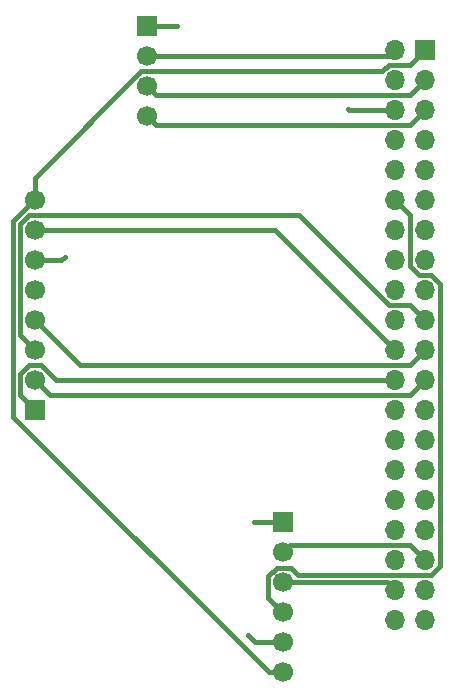
<source format=gbr>
%TF.GenerationSoftware,KiCad,Pcbnew,9.0.5*%
%TF.CreationDate,2025-12-15T08:23:09-05:00*%
%TF.ProjectId,project_reduced,70726f6a-6563-4745-9f72-656475636564,rev?*%
%TF.SameCoordinates,Original*%
%TF.FileFunction,Copper,L1,Top*%
%TF.FilePolarity,Positive*%
%FSLAX46Y46*%
G04 Gerber Fmt 4.6, Leading zero omitted, Abs format (unit mm)*
G04 Created by KiCad (PCBNEW 9.0.5) date 2025-12-15 08:23:09*
%MOMM*%
%LPD*%
G01*
G04 APERTURE LIST*
%TA.AperFunction,ComponentPad*%
%ADD10R,1.700000X1.700000*%
%TD*%
%TA.AperFunction,ComponentPad*%
%ADD11C,1.700000*%
%TD*%
%TA.AperFunction,ComponentPad*%
%ADD12O,1.700000X1.700000*%
%TD*%
%TA.AperFunction,Conductor*%
%ADD13C,0.400000*%
%TD*%
G04 APERTURE END LIST*
D10*
%TO.P,MIC,SEL*%
%TO.N,MIC_SEL_GND*%
X68000000Y-163500000D03*
D11*
%TO.P,MIC,LRCL*%
%TO.N,I2S_LRCLK*%
X68000000Y-166040000D03*
%TO.P,MIC,DOUT*%
%TO.N,I2S_DIN*%
X68000000Y-168580000D03*
%TO.P,MIC,BCLK*%
%TO.N,I2S_BCLK*%
X68000000Y-171120000D03*
%TO.P,MIC,GND*%
%TO.N,GND*%
X68000000Y-173660000D03*
%TO.P,MIC,3V*%
%TO.N,+3V3_PI*%
X68000000Y-176200000D03*
%TD*%
D10*
%TO.P,RFID,SDA*%
%TO.N,SPI0_CE0*%
X47000000Y-154000000D03*
D11*
%TO.P,RFID,SCK*%
%TO.N,SPI0_SCLK*%
X47000000Y-151460000D03*
%TO.P,RFID,MOSI*%
%TO.N,SPI0_MOSI*%
X47000000Y-148920000D03*
%TO.P,RFID,MISO*%
%TO.N,SPI0_MISO*%
X47000000Y-146380000D03*
%TO.P,RFID,5*%
%TO.N,N/C*%
X47000000Y-143840000D03*
%TO.P,RFID,GND*%
%TO.N,GND*%
X47000000Y-141300000D03*
%TO.P,RFID,RST*%
%TO.N,RC522_RST*%
X47000000Y-138760000D03*
%TO.P,RFID,3V3*%
%TO.N,+3V3_PI*%
X47000000Y-136220000D03*
%TD*%
D10*
%TO.P,LCD,GND*%
%TO.N,GND*%
X56500000Y-121500000D03*
D11*
%TO.P,LCD,VCC*%
%TO.N,+5V_PI*%
X56500000Y-124040000D03*
%TO.P,LCD,SDA*%
%TO.N,I2C_SDA*%
X56500000Y-126580000D03*
%TO.P,LCD,SCL*%
%TO.N,I2C_SCL*%
X56500000Y-129120000D03*
%TD*%
D10*
%TO.P,RP0,1*%
%TO.N,+3V3_PI*%
X80000000Y-123500000D03*
D12*
%TO.P,RP0,2*%
%TO.N,+5V_PI*%
X77460000Y-123500000D03*
%TO.P,RP0,3*%
%TO.N,I2C_SDA*%
X80000000Y-126040000D03*
%TO.P,RP0,4*%
%TO.N,+5V_PI*%
X77460000Y-126040000D03*
%TO.P,RP0,5*%
%TO.N,I2C_SCL*%
X80000000Y-128580000D03*
%TO.P,RP0,6*%
%TO.N,GND*%
X77460000Y-128580000D03*
%TO.P,RP0,7*%
%TO.N,N/C*%
X80000000Y-131120000D03*
%TO.P,RP0,8*%
X77460000Y-131120000D03*
%TO.P,RP0,9*%
X80000000Y-133660000D03*
%TO.P,RP0,10*%
X77460000Y-133660000D03*
%TO.P,RP0,11*%
X80000000Y-136200000D03*
%TO.P,RP0,12*%
%TO.N,I2S_BCLK*%
X77460000Y-136200000D03*
%TO.P,RP0,13*%
%TO.N,N/C*%
X80000000Y-138740000D03*
%TO.P,RP0,14*%
X77460000Y-138740000D03*
%TO.P,RP0,15*%
X80000000Y-141280000D03*
%TO.P,RP0,16*%
X77460000Y-141280000D03*
%TO.P,RP0,17*%
X80000000Y-143820000D03*
%TO.P,RP0,18*%
X77460000Y-143820000D03*
%TO.P,RP0,19*%
%TO.N,SPI0_MOSI*%
X80000000Y-146360000D03*
%TO.P,RP0,20*%
%TO.N,N/C*%
X77460000Y-146360000D03*
%TO.P,RP0,21*%
%TO.N,SPI0_MISO*%
X80000000Y-148900000D03*
%TO.P,RP0,22*%
%TO.N,RC522_RST*%
X77460000Y-148900000D03*
%TO.P,RP0,23*%
%TO.N,SPI0_SCLK*%
X80000000Y-151440000D03*
%TO.P,RP0,24*%
%TO.N,SPI0_CE0*%
X77460000Y-151440000D03*
%TO.P,RP0,25*%
%TO.N,N/C*%
X80000000Y-153980000D03*
%TO.P,RP0,26*%
X77460000Y-153980000D03*
%TO.P,RP0,27*%
X80000000Y-156520000D03*
%TO.P,RP0,28*%
X77460000Y-156520000D03*
%TO.P,RP0,29*%
X80000000Y-159060000D03*
%TO.P,RP0,30*%
X77460000Y-159060000D03*
%TO.P,RP0,31*%
X80000000Y-161600000D03*
%TO.P,RP0,32*%
X77460000Y-161600000D03*
%TO.P,RP0,33*%
X80000000Y-164140000D03*
%TO.P,RP0,34*%
X77460000Y-164140000D03*
%TO.P,RP0,35*%
%TO.N,I2S_LRCLK*%
X80000000Y-166680000D03*
%TO.P,RP0,36*%
%TO.N,N/C*%
X77460000Y-166680000D03*
%TO.P,RP0,37*%
X80000000Y-169220000D03*
%TO.P,RP0,38*%
%TO.N,I2S_DIN*%
X77460000Y-169220000D03*
%TO.P,RP0,39*%
%TO.N,N/C*%
X80000000Y-171760000D03*
%TO.P,RP0,40*%
X77460000Y-171760000D03*
%TD*%
D13*
%TO.N,+3V3_PI*%
X68000000Y-176200000D02*
X66797919Y-176200000D01*
X45148000Y-154550081D02*
X45148000Y-137992876D01*
X45148000Y-137992876D02*
X46920876Y-136220000D01*
X66797919Y-176200000D02*
X45148000Y-154550081D01*
X46920876Y-136220000D02*
X47000000Y-136220000D01*
%TO.N,GND*%
X65660000Y-173660000D02*
X65000000Y-173000000D01*
X68000000Y-173660000D02*
X65660000Y-173660000D01*
%TO.N,I2S_BCLK*%
X68000000Y-171120000D02*
X66749000Y-169869000D01*
X66749000Y-169869000D02*
X66749000Y-168061818D01*
X66749000Y-168061818D02*
X67481818Y-167329000D01*
X67481818Y-167329000D02*
X68671000Y-167329000D01*
X68671000Y-167329000D02*
X69273000Y-167931000D01*
X79481818Y-142569000D02*
X78711000Y-141798182D01*
X69273000Y-167931000D02*
X80518182Y-167931000D01*
X80518182Y-167931000D02*
X81251000Y-167198182D01*
X81251000Y-143301818D02*
X80518182Y-142569000D01*
X81251000Y-167198182D02*
X81251000Y-143301818D01*
X78711000Y-141798182D02*
X78711000Y-137451000D01*
X80518182Y-142569000D02*
X79481818Y-142569000D01*
X78711000Y-137451000D02*
X77460000Y-136200000D01*
%TO.N,I2S_DIN*%
X68000000Y-168580000D02*
X76820000Y-168580000D01*
X76820000Y-168580000D02*
X77460000Y-169220000D01*
%TO.N,I2S_LRCLK*%
X68000000Y-166040000D02*
X68611000Y-165429000D01*
X68611000Y-165429000D02*
X78749000Y-165429000D01*
X78749000Y-165429000D02*
X80000000Y-166680000D01*
%TO.N,MIC_SEL_GND*%
X68000000Y-163500000D02*
X65500000Y-163500000D01*
%TO.N,SPI0_CE0*%
X47000000Y-154000000D02*
X45749000Y-152749000D01*
X45749000Y-152749000D02*
X45749000Y-150941818D01*
X45749000Y-150941818D02*
X46481818Y-150209000D01*
X46481818Y-150209000D02*
X47518182Y-150209000D01*
X47518182Y-150209000D02*
X48749182Y-151440000D01*
X48749182Y-151440000D02*
X77460000Y-151440000D01*
%TO.N,SPI0_SCLK*%
X47000000Y-151460000D02*
X48231000Y-152691000D01*
X48231000Y-152691000D02*
X78749000Y-152691000D01*
X78749000Y-152691000D02*
X80000000Y-151440000D01*
%TO.N,SPI0_MOSI*%
X47000000Y-148920000D02*
X45749000Y-147669000D01*
X45749000Y-147669000D02*
X45749000Y-138241818D01*
X45749000Y-138241818D02*
X46481818Y-137509000D01*
X46481818Y-137509000D02*
X69379818Y-137509000D01*
X69379818Y-137509000D02*
X76941818Y-145071000D01*
X76941818Y-145071000D02*
X78711000Y-145071000D01*
X78711000Y-145071000D02*
X80000000Y-146360000D01*
%TO.N,SPI0_MISO*%
X47000000Y-146380000D02*
X50771000Y-150151000D01*
X50771000Y-150151000D02*
X78749000Y-150151000D01*
X78749000Y-150151000D02*
X80000000Y-148900000D01*
%TO.N,GND*%
X49200000Y-141300000D02*
X49500000Y-141000000D01*
X47000000Y-141300000D02*
X49200000Y-141300000D01*
%TO.N,RC522_RST*%
X47000000Y-138760000D02*
X67320000Y-138760000D01*
X67320000Y-138760000D02*
X77460000Y-148900000D01*
%TO.N,+3V3_PI*%
X47000000Y-136220000D02*
X47000000Y-134310818D01*
X76941818Y-124751000D02*
X78749000Y-124751000D01*
X78749000Y-124751000D02*
X80000000Y-123500000D01*
X47000000Y-134310818D02*
X55981818Y-125329000D01*
X55981818Y-125329000D02*
X76363818Y-125329000D01*
X76363818Y-125329000D02*
X76941818Y-124751000D01*
%TO.N,GND*%
X73580000Y-128580000D02*
X73500000Y-128500000D01*
X77460000Y-128580000D02*
X73580000Y-128580000D01*
X56500000Y-121500000D02*
X59000000Y-121500000D01*
%TO.N,I2C_SCL*%
X56500000Y-129120000D02*
X57211000Y-129831000D01*
X57211000Y-129831000D02*
X78749000Y-129831000D01*
X78749000Y-129831000D02*
X80000000Y-128580000D01*
%TO.N,I2C_SDA*%
X56500000Y-126580000D02*
X57211000Y-127291000D01*
X57211000Y-127291000D02*
X78749000Y-127291000D01*
X78749000Y-127291000D02*
X80000000Y-126040000D01*
%TO.N,+5V_PI*%
X56500000Y-124040000D02*
X76920000Y-124040000D01*
X76920000Y-124040000D02*
X77460000Y-123500000D01*
%TD*%
M02*

</source>
